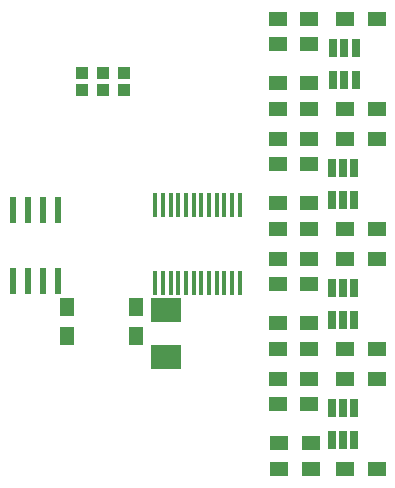
<source format=gbr>
G04 #@! TF.FileFunction,Paste,Bot*
%FSLAX46Y46*%
G04 Gerber Fmt 4.6, Leading zero omitted, Abs format (unit mm)*
G04 Created by KiCad (PCBNEW 4.0.5) date 07/26/17 23:20:59*
%MOMM*%
%LPD*%
G01*
G04 APERTURE LIST*
%ADD10C,0.100000*%
%ADD11R,2.500000X2.000000*%
%ADD12R,1.250000X1.500000*%
%ADD13R,0.400000X2.000000*%
%ADD14R,1.500000X1.300000*%
%ADD15R,0.650000X1.500000*%
%ADD16R,0.600000X2.200000*%
%ADD17R,1.016000X1.016000*%
G04 APERTURE END LIST*
D10*
D11*
X168910000Y-127540000D03*
X168910000Y-131540000D03*
D12*
X166370000Y-127274000D03*
X166370000Y-129774000D03*
D13*
X168002000Y-118620000D03*
X175152000Y-125220000D03*
X168652000Y-118620000D03*
X169302000Y-118620000D03*
X169952000Y-118620000D03*
X170602000Y-118620000D03*
X171252000Y-118620000D03*
X171902000Y-118620000D03*
X172552000Y-118620000D03*
X173202000Y-118620000D03*
X173852000Y-118620000D03*
X174502000Y-118620000D03*
X175152000Y-118620000D03*
X174502000Y-125220000D03*
X173852000Y-125220000D03*
X173202000Y-125220000D03*
X172552000Y-125220000D03*
X171902000Y-125220000D03*
X171252000Y-125220000D03*
X170602000Y-125220000D03*
X169952000Y-125220000D03*
X169302000Y-125220000D03*
X168652000Y-125220000D03*
X168002000Y-125220000D03*
D14*
X184070000Y-102870000D03*
X186770000Y-102870000D03*
X184070000Y-113030000D03*
X186770000Y-113030000D03*
X178355000Y-105029000D03*
X181055000Y-105029000D03*
X181055000Y-102870000D03*
X178355000Y-102870000D03*
X178355000Y-115189000D03*
X181055000Y-115189000D03*
X181055000Y-113030000D03*
X178355000Y-113030000D03*
X178355000Y-108331000D03*
X181055000Y-108331000D03*
X181055000Y-110490000D03*
X178355000Y-110490000D03*
X178355000Y-118491000D03*
X181055000Y-118491000D03*
X181055000Y-120650000D03*
X178355000Y-120650000D03*
X186770000Y-110490000D03*
X184070000Y-110490000D03*
X186770000Y-120650000D03*
X184070000Y-120650000D03*
X184070000Y-123190000D03*
X186770000Y-123190000D03*
X184070000Y-133350000D03*
X186770000Y-133350000D03*
X178355000Y-125349000D03*
X181055000Y-125349000D03*
X181055000Y-123190000D03*
X178355000Y-123190000D03*
X178355000Y-135509000D03*
X181055000Y-135509000D03*
X181055000Y-133350000D03*
X178355000Y-133350000D03*
X178355000Y-128651000D03*
X181055000Y-128651000D03*
X181055000Y-130810000D03*
X178355000Y-130810000D03*
X178482000Y-138811000D03*
X181182000Y-138811000D03*
X181182000Y-140970000D03*
X178482000Y-140970000D03*
X186770000Y-130810000D03*
X184070000Y-130810000D03*
X186770000Y-140970000D03*
X184070000Y-140970000D03*
D15*
X183073000Y-105330000D03*
X184023000Y-105330000D03*
X184973000Y-105330000D03*
X184973000Y-108030000D03*
X183073000Y-108030000D03*
X184023000Y-108030000D03*
X182946000Y-115490000D03*
X183896000Y-115490000D03*
X184846000Y-115490000D03*
X184846000Y-118190000D03*
X182946000Y-118190000D03*
X183896000Y-118190000D03*
X182946000Y-125650000D03*
X183896000Y-125650000D03*
X184846000Y-125650000D03*
X184846000Y-128350000D03*
X182946000Y-128350000D03*
X183896000Y-128350000D03*
X182946000Y-135810000D03*
X183896000Y-135810000D03*
X184846000Y-135810000D03*
X184846000Y-138510000D03*
X182946000Y-138510000D03*
X183896000Y-138510000D03*
D16*
X159766000Y-125047000D03*
X158496000Y-125047000D03*
X157226000Y-125047000D03*
X155956000Y-125047000D03*
X155956000Y-119047000D03*
X157226000Y-119047000D03*
X158496000Y-119047000D03*
X159766000Y-119047000D03*
D12*
X160528000Y-127274000D03*
X160528000Y-129774000D03*
D17*
X161798000Y-108902500D03*
X161798000Y-107505500D03*
X163576000Y-108902500D03*
X163576000Y-107505500D03*
X165354000Y-108902500D03*
X165354000Y-107505500D03*
M02*

</source>
